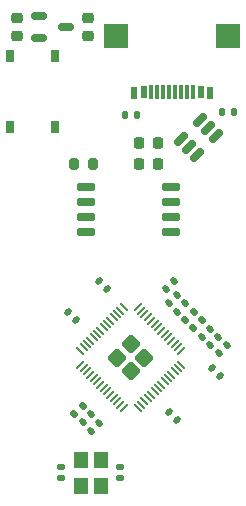
<source format=gbr>
%TF.GenerationSoftware,KiCad,Pcbnew,7.0.2*%
%TF.CreationDate,2023-07-30T12:29:19+02:00*%
%TF.ProjectId,RP2040_base_example,52503230-3430-45f6-9261-73655f657861,rev?*%
%TF.SameCoordinates,Original*%
%TF.FileFunction,Paste,Top*%
%TF.FilePolarity,Positive*%
%FSLAX46Y46*%
G04 Gerber Fmt 4.6, Leading zero omitted, Abs format (unit mm)*
G04 Created by KiCad (PCBNEW 7.0.2) date 2023-07-30 12:29:19*
%MOMM*%
%LPD*%
G01*
G04 APERTURE LIST*
G04 Aperture macros list*
%AMRoundRect*
0 Rectangle with rounded corners*
0 $1 Rounding radius*
0 $2 $3 $4 $5 $6 $7 $8 $9 X,Y pos of 4 corners*
0 Add a 4 corners polygon primitive as box body*
4,1,4,$2,$3,$4,$5,$6,$7,$8,$9,$2,$3,0*
0 Add four circle primitives for the rounded corners*
1,1,$1+$1,$2,$3*
1,1,$1+$1,$4,$5*
1,1,$1+$1,$6,$7*
1,1,$1+$1,$8,$9*
0 Add four rect primitives between the rounded corners*
20,1,$1+$1,$2,$3,$4,$5,0*
20,1,$1+$1,$4,$5,$6,$7,0*
20,1,$1+$1,$6,$7,$8,$9,0*
20,1,$1+$1,$8,$9,$2,$3,0*%
G04 Aperture macros list end*
%ADD10RoundRect,0.150000X-0.650000X-0.150000X0.650000X-0.150000X0.650000X0.150000X-0.650000X0.150000X0*%
%ADD11RoundRect,0.150000X0.256326X0.468458X-0.468458X-0.256326X-0.256326X-0.468458X0.468458X0.256326X0*%
%ADD12RoundRect,0.150000X-0.512500X-0.150000X0.512500X-0.150000X0.512500X0.150000X-0.512500X0.150000X0*%
%ADD13R,1.200000X1.400000*%
%ADD14RoundRect,0.140000X0.170000X-0.140000X0.170000X0.140000X-0.170000X0.140000X-0.170000X-0.140000X0*%
%ADD15RoundRect,0.140000X0.021213X-0.219203X0.219203X-0.021213X-0.021213X0.219203X-0.219203X0.021213X0*%
%ADD16RoundRect,0.225000X0.225000X0.250000X-0.225000X0.250000X-0.225000X-0.250000X0.225000X-0.250000X0*%
%ADD17RoundRect,0.225000X-0.250000X0.225000X-0.250000X-0.225000X0.250000X-0.225000X0.250000X0.225000X0*%
%ADD18RoundRect,0.140000X-0.170000X0.140000X-0.170000X-0.140000X0.170000X-0.140000X0.170000X0.140000X0*%
%ADD19RoundRect,0.140000X-0.021213X0.219203X-0.219203X0.021213X0.021213X-0.219203X0.219203X-0.021213X0*%
%ADD20RoundRect,0.140000X0.219203X0.021213X0.021213X0.219203X-0.219203X-0.021213X-0.021213X-0.219203X0*%
%ADD21R,0.750000X1.000000*%
%ADD22RoundRect,0.135000X0.135000X0.185000X-0.135000X0.185000X-0.135000X-0.185000X0.135000X-0.185000X0*%
%ADD23RoundRect,0.135000X-0.035355X0.226274X-0.226274X0.035355X0.035355X-0.226274X0.226274X-0.035355X0*%
%ADD24R,0.600000X1.040000*%
%ADD25R,0.600000X1.090000*%
%ADD26R,0.300000X1.160000*%
%ADD27R,2.000000X2.000000*%
%ADD28RoundRect,0.135000X-0.135000X-0.185000X0.135000X-0.185000X0.135000X0.185000X-0.135000X0.185000X0*%
%ADD29RoundRect,0.140000X-0.219203X-0.021213X-0.021213X-0.219203X0.219203X0.021213X0.021213X0.219203X0*%
%ADD30RoundRect,0.249999X-0.558616X0.000000X0.000000X-0.558616X0.558616X0.000000X0.000000X0.558616X0*%
%ADD31RoundRect,0.050000X-0.309359X0.238649X0.238649X-0.309359X0.309359X-0.238649X-0.238649X0.309359X0*%
%ADD32RoundRect,0.050000X-0.309359X-0.238649X-0.238649X-0.309359X0.309359X0.238649X0.238649X0.309359X0*%
%ADD33RoundRect,0.225000X0.250000X-0.225000X0.250000X0.225000X-0.250000X0.225000X-0.250000X-0.225000X0*%
%ADD34RoundRect,0.200000X0.200000X0.275000X-0.200000X0.275000X-0.200000X-0.275000X0.200000X-0.275000X0*%
G04 APERTURE END LIST*
D10*
%TO.C,U4*%
X68202010Y-57565068D03*
X68202010Y-58835068D03*
X68202010Y-60105068D03*
X68202010Y-61375068D03*
X75402010Y-61375068D03*
X75402010Y-60105068D03*
X75402010Y-58835068D03*
X75402010Y-57565068D03*
%TD*%
D11*
%TO.C,U2*%
X79176085Y-53242417D03*
X78504334Y-52570666D03*
X77832583Y-51898915D03*
X76223915Y-53507583D03*
X76895666Y-54179334D03*
X77567417Y-54851085D03*
%TD*%
D12*
%TO.C,U1*%
X64216327Y-43050000D03*
X64216327Y-44950000D03*
X66491327Y-44000000D03*
%TD*%
D13*
%TO.C,Y1*%
X67770030Y-80643931D03*
X67770030Y-82843931D03*
X69470030Y-82843931D03*
X69470030Y-80643931D03*
%TD*%
D14*
%TO.C,C16*%
X71120030Y-82223931D03*
X71120030Y-81263931D03*
%TD*%
D15*
%TO.C,C14*%
X78731657Y-70925197D03*
X79410479Y-70246375D03*
%TD*%
D16*
%TO.C,C17*%
X74275000Y-53850000D03*
X72725000Y-53850000D03*
%TD*%
D17*
%TO.C,C1*%
X68353827Y-43225000D03*
X68353827Y-44775000D03*
%TD*%
D15*
%TO.C,C11*%
X75196123Y-67389664D03*
X75874945Y-66710842D03*
%TD*%
D18*
%TO.C,C15*%
X66120030Y-81263931D03*
X66120030Y-82223931D03*
%TD*%
D19*
%TO.C,C3*%
X69312994Y-77515433D03*
X68634172Y-78194255D03*
%TD*%
D15*
%TO.C,C4*%
X74998133Y-66173440D03*
X75676955Y-65494618D03*
%TD*%
D20*
%TO.C,C7*%
X67389664Y-68803877D03*
X66710842Y-68125055D03*
%TD*%
D21*
%TO.C,SW1*%
X61795282Y-52500000D03*
X61795282Y-46500000D03*
X65545282Y-52500000D03*
X65545282Y-46500000D03*
%TD*%
D22*
%TO.C,R2*%
X72510000Y-51500000D03*
X71490000Y-51500000D03*
%TD*%
D23*
%TO.C,R4*%
X78017478Y-68810949D03*
X77296230Y-69532197D03*
%TD*%
D24*
%TO.C,J3*%
X78700000Y-49560000D03*
D25*
X77900000Y-49535000D03*
D26*
X76750000Y-49500000D03*
X75750000Y-49500000D03*
X75250000Y-49500000D03*
X74250000Y-49500000D03*
D25*
X73100000Y-49535000D03*
D24*
X72300000Y-49560000D03*
X72300000Y-49560000D03*
D25*
X73100000Y-49535000D03*
D26*
X73750000Y-49500000D03*
X74750000Y-49500000D03*
X76250000Y-49500000D03*
X77250000Y-49500000D03*
D25*
X77900000Y-49535000D03*
D24*
X78700000Y-49560000D03*
D27*
X80250000Y-44760000D03*
X70750000Y-44760000D03*
%TD*%
D19*
%TO.C,C8*%
X68605887Y-76808326D03*
X67927065Y-77487148D03*
%TD*%
D15*
%TO.C,C12*%
X75903230Y-68096770D03*
X76582052Y-67417948D03*
%TD*%
D28*
%TO.C,R1*%
X79690000Y-51200000D03*
X80710000Y-51200000D03*
%TD*%
D15*
%TO.C,C5*%
X79438764Y-71632304D03*
X80117586Y-70953482D03*
%TD*%
D20*
%TO.C,C6*%
X70020101Y-66173440D03*
X69341279Y-65494618D03*
%TD*%
D29*
%TO.C,C10*%
X78887220Y-72919239D03*
X79566042Y-73598061D03*
%TD*%
D23*
%TO.C,R3*%
X77310371Y-68103842D03*
X76589123Y-68825090D03*
%TD*%
D15*
%TO.C,C13*%
X78024550Y-70218091D03*
X78703372Y-69539269D03*
%TD*%
D30*
%TO.C,U3*%
X72000000Y-70868629D03*
X70868629Y-72000000D03*
X73131371Y-72000000D03*
X72000000Y-73131371D03*
D31*
X71407798Y-67730843D03*
X71124955Y-68013686D03*
X70842113Y-68296528D03*
X70559270Y-68579371D03*
X70276427Y-68862214D03*
X69993585Y-69145056D03*
X69710742Y-69427899D03*
X69427899Y-69710742D03*
X69145056Y-69993585D03*
X68862214Y-70276427D03*
X68579371Y-70559270D03*
X68296528Y-70842113D03*
X68013686Y-71124955D03*
X67730843Y-71407798D03*
D32*
X67730843Y-72592202D03*
X68013686Y-72875045D03*
X68296528Y-73157887D03*
X68579371Y-73440730D03*
X68862214Y-73723573D03*
X69145056Y-74006415D03*
X69427899Y-74289258D03*
X69710742Y-74572101D03*
X69993585Y-74854944D03*
X70276427Y-75137786D03*
X70559270Y-75420629D03*
X70842113Y-75703472D03*
X71124955Y-75986314D03*
X71407798Y-76269157D03*
D31*
X72592202Y-76269157D03*
X72875045Y-75986314D03*
X73157887Y-75703472D03*
X73440730Y-75420629D03*
X73723573Y-75137786D03*
X74006415Y-74854944D03*
X74289258Y-74572101D03*
X74572101Y-74289258D03*
X74854944Y-74006415D03*
X75137786Y-73723573D03*
X75420629Y-73440730D03*
X75703472Y-73157887D03*
X75986314Y-72875045D03*
X76269157Y-72592202D03*
D32*
X76269157Y-71407798D03*
X75986314Y-71124955D03*
X75703472Y-70842113D03*
X75420629Y-70559270D03*
X75137786Y-70276427D03*
X74854944Y-69993585D03*
X74572101Y-69710742D03*
X74289258Y-69427899D03*
X74006415Y-69145056D03*
X73723573Y-68862214D03*
X73440730Y-68579371D03*
X73157887Y-68296528D03*
X72875045Y-68013686D03*
X72592202Y-67730843D03*
%TD*%
D29*
%TO.C,C9*%
X75196123Y-76610336D03*
X75874945Y-77289158D03*
%TD*%
D16*
%TO.C,C18*%
X74275000Y-55580981D03*
X72725000Y-55580981D03*
%TD*%
D23*
%TO.C,R5*%
X67919993Y-76080007D03*
X67198745Y-76801255D03*
%TD*%
D33*
%TO.C,C2*%
X62353827Y-44775000D03*
X62353827Y-43225000D03*
%TD*%
D34*
%TO.C,R6*%
X68825000Y-55580981D03*
X67175000Y-55580981D03*
%TD*%
M02*

</source>
